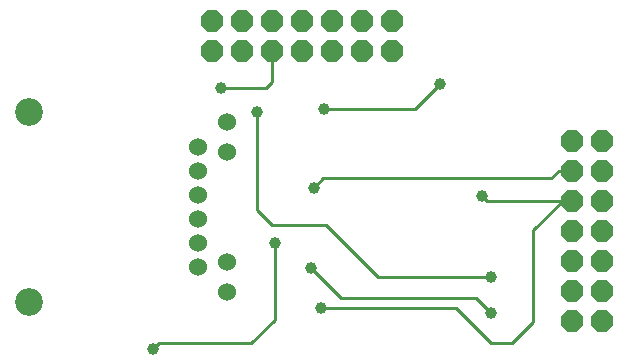
<source format=gtl>
G75*
G70*
%OFA0B0*%
%FSLAX24Y24*%
%IPPOS*%
%LPD*%
%AMOC8*
5,1,8,0,0,1.08239X$1,22.5*
%
%ADD10OC8,0.0740*%
%ADD11C,0.0602*%
%ADD12C,0.0927*%
%ADD13C,0.0396*%
%ADD14C,0.0100*%
D10*
X009524Y014327D03*
X010524Y014327D03*
X011524Y014327D03*
X012524Y014327D03*
X013524Y014327D03*
X014524Y014327D03*
X015524Y014327D03*
X015524Y015327D03*
X014524Y015327D03*
X013524Y015327D03*
X012524Y015327D03*
X011524Y015327D03*
X010524Y015327D03*
X009524Y015327D03*
X021524Y011327D03*
X022524Y011327D03*
X022524Y010327D03*
X021524Y010327D03*
X021524Y009327D03*
X022524Y009327D03*
X022524Y008327D03*
X021524Y008327D03*
X021524Y007327D03*
X022524Y007327D03*
X022524Y006327D03*
X021524Y006327D03*
X021524Y005327D03*
X022524Y005327D03*
D11*
X010024Y006277D03*
X009056Y007124D03*
X010024Y007277D03*
X009056Y007923D03*
X009056Y008722D03*
X009056Y009521D03*
X009056Y010320D03*
X010024Y010966D03*
X009056Y011120D03*
X010024Y011966D03*
D12*
X003407Y012301D03*
X003407Y005950D03*
D13*
X007549Y004377D03*
X011599Y007927D03*
X012824Y007077D03*
X013149Y005752D03*
X018499Y009502D03*
X018824Y006802D03*
X018824Y005577D03*
X012899Y009752D03*
X013249Y012377D03*
X011024Y012277D03*
X009824Y013077D03*
X017124Y013227D03*
D14*
X016274Y012377D01*
X013249Y012377D01*
X011524Y013277D02*
X011324Y013077D01*
X009824Y013077D01*
X011024Y012277D02*
X011024Y009027D01*
X011524Y008527D01*
X013324Y008527D01*
X015049Y006802D01*
X018824Y006802D01*
X018324Y006077D02*
X018824Y005577D01*
X018324Y006077D02*
X013824Y006077D01*
X012824Y007077D01*
X011599Y007927D02*
X011599Y005352D01*
X010824Y004577D01*
X007749Y004577D01*
X007549Y004377D01*
X013149Y005752D02*
X017649Y005752D01*
X018824Y004577D01*
X019499Y004577D01*
X020224Y005302D01*
X020224Y008352D01*
X021199Y009327D01*
X018674Y009327D01*
X018499Y009502D01*
X020824Y010077D02*
X013224Y010077D01*
X012899Y009752D01*
X011524Y013277D02*
X011524Y014327D01*
X020824Y010077D02*
X021074Y010327D01*
X021524Y010327D01*
X021524Y009327D02*
X021199Y009327D01*
M02*

</source>
